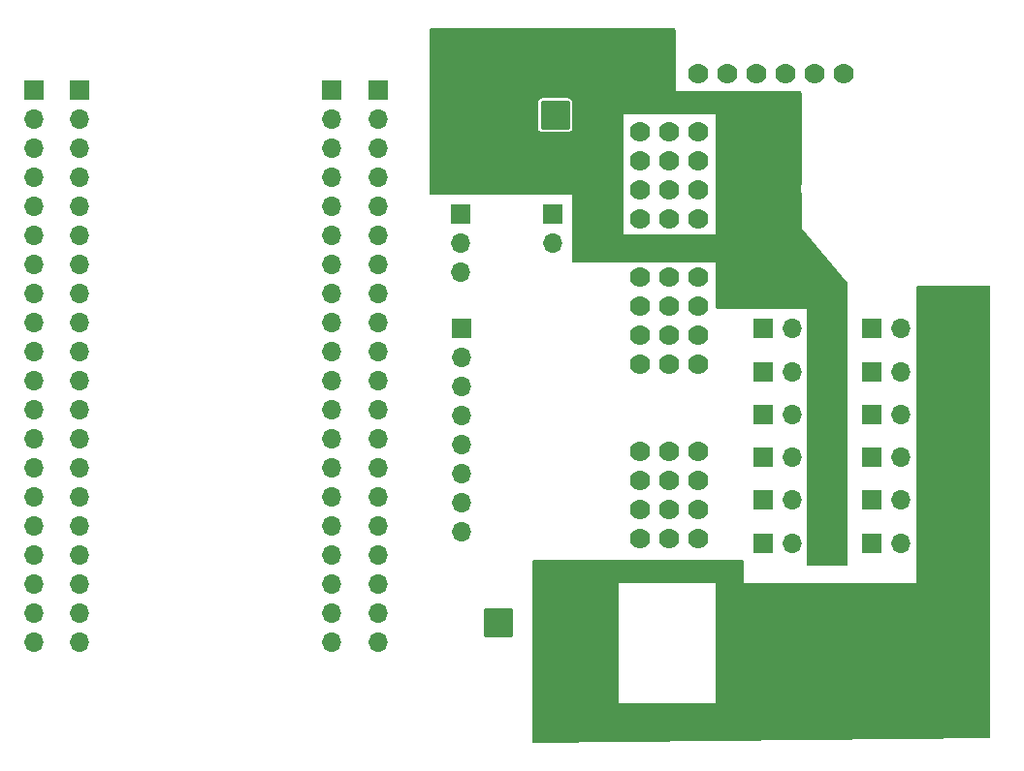
<source format=gbr>
%TF.GenerationSoftware,KiCad,Pcbnew,9.0.0*%
%TF.CreationDate,2025-03-26T16:29:39-04:00*%
%TF.ProjectId,spotmicro22mm,73706f74-6d69-4637-926f-32326d6d2e6b,rev?*%
%TF.SameCoordinates,Original*%
%TF.FileFunction,Copper,L2,Inr*%
%TF.FilePolarity,Positive*%
%FSLAX46Y46*%
G04 Gerber Fmt 4.6, Leading zero omitted, Abs format (unit mm)*
G04 Created by KiCad (PCBNEW 9.0.0) date 2025-03-26 16:29:39*
%MOMM*%
%LPD*%
G01*
G04 APERTURE LIST*
G04 Aperture macros list*
%AMRoundRect*
0 Rectangle with rounded corners*
0 $1 Rounding radius*
0 $2 $3 $4 $5 $6 $7 $8 $9 X,Y pos of 4 corners*
0 Add a 4 corners polygon primitive as box body*
4,1,4,$2,$3,$4,$5,$6,$7,$8,$9,$2,$3,0*
0 Add four circle primitives for the rounded corners*
1,1,$1+$1,$2,$3*
1,1,$1+$1,$4,$5*
1,1,$1+$1,$6,$7*
1,1,$1+$1,$8,$9*
0 Add four rect primitives between the rounded corners*
20,1,$1+$1,$2,$3,$4,$5,0*
20,1,$1+$1,$4,$5,$6,$7,0*
20,1,$1+$1,$6,$7,$8,$9,0*
20,1,$1+$1,$8,$9,$2,$3,0*%
G04 Aperture macros list end*
%TA.AperFunction,ComponentPad*%
%ADD10R,1.700000X1.700000*%
%TD*%
%TA.AperFunction,ComponentPad*%
%ADD11O,1.700000X1.700000*%
%TD*%
%TA.AperFunction,ComponentPad*%
%ADD12RoundRect,0.250000X1.050000X1.050000X-1.050000X1.050000X-1.050000X-1.050000X1.050000X-1.050000X0*%
%TD*%
%TA.AperFunction,ComponentPad*%
%ADD13C,2.600000*%
%TD*%
%TA.AperFunction,ComponentPad*%
%ADD14RoundRect,0.250000X-1.050000X-1.050000X1.050000X-1.050000X1.050000X1.050000X-1.050000X1.050000X0*%
%TD*%
%TA.AperFunction,ComponentPad*%
%ADD15C,1.778000*%
%TD*%
%TA.AperFunction,Conductor*%
%ADD16C,1.700000*%
%TD*%
G04 APERTURE END LIST*
D10*
%TO.N,/PWM-7*%
%TO.C,J9*%
X146170000Y-88000000D03*
D11*
%TO.N,/S2-PWR*%
X148710000Y-88000000D03*
%TO.N,/S2-GND*%
X151250000Y-88000000D03*
%TD*%
D10*
%TO.N,/ESP-32Pin*%
%TO.C,J14*%
X86500000Y-63360000D03*
D11*
X86500000Y-65900000D03*
X86500000Y-68440000D03*
X86500000Y-70980000D03*
X86500000Y-73520000D03*
X86500000Y-76060000D03*
X86500000Y-78600000D03*
X86500000Y-81140000D03*
X86500000Y-83680000D03*
X86500000Y-86220000D03*
X86500000Y-88760000D03*
X86500000Y-91300000D03*
X86500000Y-93840000D03*
X86500000Y-96380000D03*
X86500000Y-98920000D03*
X86500000Y-101460000D03*
X86500000Y-104000000D03*
X86500000Y-106540000D03*
X86500000Y-109080000D03*
X86500000Y-111620000D03*
%TD*%
D10*
%TO.N,/PWM-4*%
%TO.C,J6*%
X155670000Y-99250000D03*
D11*
%TO.N,/S1-PWR*%
X158210000Y-99250000D03*
%TO.N,/S1-GND*%
X160750000Y-99250000D03*
%TD*%
D10*
%TO.N,/Global SCL*%
%TO.C,J18*%
X127750000Y-74250000D03*
D11*
%TO.N,/Global SDA*%
X127750000Y-76790000D03*
%TD*%
D12*
%TO.N,/S2-PWR*%
%TO.C,J21*%
X127993453Y-65577500D03*
D13*
%TO.N,/S2-GND*%
X122993453Y-65577500D03*
%TD*%
D10*
%TO.N,/PWM-2*%
%TO.C,J4*%
X155670000Y-91750000D03*
D11*
%TO.N,/S1-PWR*%
X158210000Y-91750000D03*
%TO.N,/S1-GND*%
X160750000Y-91750000D03*
%TD*%
D10*
%TO.N,/ESP-32Pin*%
%TO.C,J17*%
X112500000Y-63400000D03*
D11*
X112500000Y-65940000D03*
X112500000Y-68480000D03*
X112500000Y-71020000D03*
X112500000Y-73560000D03*
X112500000Y-76100000D03*
X112500000Y-78640000D03*
X112500000Y-81180000D03*
X112500000Y-83720000D03*
X112500000Y-86260000D03*
X112500000Y-88800000D03*
X112500000Y-91340000D03*
X112500000Y-93880000D03*
X112500000Y-96420000D03*
X112500000Y-98960000D03*
X112500000Y-101500000D03*
X112500000Y-104040000D03*
X112500000Y-106580000D03*
X112500000Y-109120000D03*
X112500000Y-111660000D03*
%TD*%
D10*
%TO.N,/PWM-11*%
%TO.C,J13*%
X146170000Y-103000000D03*
D11*
%TO.N,/S2-PWR*%
X148710000Y-103000000D03*
%TO.N,/S2-GND*%
X151250000Y-103000000D03*
%TD*%
D10*
%TO.N,/PWM-1*%
%TO.C,J3*%
X155670000Y-88000000D03*
D11*
%TO.N,/S1-PWR*%
X158210000Y-88000000D03*
%TO.N,/S1-GND*%
X160750000Y-88000000D03*
%TD*%
D10*
%TO.N,/ESP-32Pin*%
%TO.C,J15*%
X108500000Y-63400000D03*
D11*
X108500000Y-65940000D03*
X108500000Y-68480000D03*
X108500000Y-71020000D03*
X108500000Y-73560000D03*
X108500000Y-76100000D03*
X108500000Y-78640000D03*
X108500000Y-81180000D03*
X108500000Y-83720000D03*
X108500000Y-86260000D03*
X108500000Y-88800000D03*
X108500000Y-91340000D03*
X108500000Y-93880000D03*
X108500000Y-96420000D03*
X108500000Y-98960000D03*
X108500000Y-101500000D03*
X108500000Y-104040000D03*
X108500000Y-106580000D03*
X108500000Y-109120000D03*
X108500000Y-111660000D03*
%TD*%
D10*
%TO.N,/PWM-9*%
%TO.C,J11*%
X146170000Y-95500000D03*
D11*
%TO.N,/S2-PWR*%
X148710000Y-95500000D03*
%TO.N,/S2-GND*%
X151250000Y-95500000D03*
%TD*%
D14*
%TO.N,/S1-PWR*%
%TO.C,J1*%
X123000000Y-110000000D03*
D13*
%TO.N,/S1-GND*%
X128000000Y-110000000D03*
%TD*%
D10*
%TO.N,/ESP-32Pin*%
%TO.C,J16*%
X82500000Y-63360000D03*
D11*
X82500000Y-65900000D03*
X82500000Y-68440000D03*
X82500000Y-70980000D03*
X82500000Y-73520000D03*
X82500000Y-76060000D03*
X82500000Y-78600000D03*
X82500000Y-81140000D03*
X82500000Y-83680000D03*
X82500000Y-86220000D03*
X82500000Y-88760000D03*
X82500000Y-91300000D03*
X82500000Y-93840000D03*
X82500000Y-96380000D03*
X82500000Y-98920000D03*
X82500000Y-101460000D03*
X82500000Y-104000000D03*
X82500000Y-106540000D03*
X82500000Y-109080000D03*
X82500000Y-111620000D03*
%TD*%
D10*
%TO.N,/PWM-6*%
%TO.C,J8*%
X146170000Y-84250000D03*
D11*
%TO.N,/S2-PWR*%
X148710000Y-84250000D03*
%TO.N,/S2-GND*%
X151250000Y-84250000D03*
%TD*%
D10*
%TO.N,/PWM-3*%
%TO.C,J5*%
X155670000Y-95500000D03*
D11*
%TO.N,/S1-PWR*%
X158210000Y-95500000D03*
%TO.N,/S1-GND*%
X160750000Y-95500000D03*
%TD*%
D10*
%TO.N,/PWM-8*%
%TO.C,J10*%
X146170000Y-91750000D03*
D11*
%TO.N,/S2-PWR*%
X148710000Y-91750000D03*
%TO.N,/S2-GND*%
X151250000Y-91750000D03*
%TD*%
D10*
%TO.N,/ESP32-3v3*%
%TO.C,J20*%
X119800000Y-84260000D03*
D11*
%TO.N,/ESP32-GND*%
X119800000Y-86800000D03*
%TO.N,/Global SCL*%
X119800000Y-89340000D03*
%TO.N,/Global SDA*%
X119800000Y-91880000D03*
%TO.N,unconnected-(J20-Pin_5-Pad5)*%
X119800000Y-94420000D03*
%TO.N,unconnected-(J20-Pin_6-Pad6)*%
X119800000Y-96960000D03*
%TO.N,unconnected-(J20-Pin_7-Pad7)*%
X119800000Y-99500000D03*
%TO.N,unconnected-(J20-Pin_8-Pad8)*%
X119800000Y-102040000D03*
%TD*%
D10*
%TO.N,/PWM-10*%
%TO.C,J12*%
X146170000Y-99250000D03*
D11*
%TO.N,/S2-PWR*%
X148710000Y-99250000D03*
%TO.N,/S2-GND*%
X151250000Y-99250000D03*
%TD*%
D10*
%TO.N,/ESP32-GND*%
%TO.C,J19*%
X119750000Y-74210000D03*
D11*
%TO.N,/ESP32-3v3*%
X119750000Y-76750000D03*
%TO.N,/ESP32-5v*%
X119750000Y-79290000D03*
%TD*%
D10*
%TO.N,/PWM-5*%
%TO.C,J7*%
X155670000Y-103000000D03*
D11*
%TO.N,/S1-PWR*%
X158210000Y-103000000D03*
%TO.N,/S1-GND*%
X160750000Y-103000000D03*
%TD*%
D15*
%TO.N,/PWM-0*%
%TO.C,U2*%
X140440000Y-67050000D03*
%TO.N,/PWM-1*%
X140440000Y-69590000D03*
%TO.N,/PWM-2*%
X140440000Y-72130000D03*
%TO.N,/PWM-3*%
X140440000Y-74670000D03*
%TO.N,/PWM-4*%
X140440000Y-79750000D03*
%TO.N,/PWM-5*%
X140440000Y-82290000D03*
%TO.N,/PWM-6*%
X140440000Y-84830000D03*
%TO.N,/PWM-7*%
X140440000Y-87370000D03*
%TO.N,/PWM-8*%
X140440000Y-94990000D03*
%TO.N,/PWM-9*%
X140440000Y-97530000D03*
%TO.N,/PWM-10*%
X140440000Y-100070000D03*
%TO.N,/PWM-11*%
X140440000Y-102610000D03*
%TO.N,/ESP32-GND*%
X153140000Y-61970000D03*
%TO.N,N/C*%
X135360000Y-67050000D03*
X135360000Y-69590000D03*
X135360000Y-72130000D03*
X135360000Y-74670000D03*
X135360000Y-79750000D03*
X135360000Y-82290000D03*
X135360000Y-84830000D03*
X135360000Y-87370000D03*
X135360000Y-94990000D03*
X135360000Y-97530000D03*
X135360000Y-100070000D03*
X135360000Y-102610000D03*
X150600000Y-61970000D03*
%TO.N,/Global SCL*%
X148060000Y-61970000D03*
%TO.N,/Global SDA*%
X145520000Y-61970000D03*
%TO.N,unconnected-(U2-V+-PadV+_1)*%
X140440000Y-61970000D03*
%TO.N,N/C*%
X137900000Y-67050000D03*
X137900000Y-69590000D03*
X137900000Y-72130000D03*
X137900000Y-74670000D03*
X137900000Y-79750000D03*
X137900000Y-82290000D03*
X137900000Y-84830000D03*
X137900000Y-87370000D03*
X137900000Y-94990000D03*
X137900000Y-97530000D03*
X137900000Y-100070000D03*
X137900000Y-102610000D03*
%TO.N,/ESP32-5v*%
X142980000Y-61970000D03*
%TD*%
D10*
%TO.N,/PWM-0*%
%TO.C,J2*%
X155670000Y-84250000D03*
D11*
%TO.N,/S1-PWR*%
X158210000Y-84250000D03*
%TO.N,/S1-GND*%
X160750000Y-84250000D03*
%TD*%
D16*
%TO.N,/S1-GND*%
X160750000Y-103000000D02*
X160750000Y-95500000D01*
X128000000Y-110000000D02*
X128000000Y-115000000D01*
X160750000Y-110750000D02*
X160750000Y-103000000D01*
X128000000Y-115000000D02*
X131500000Y-118500000D01*
X160750000Y-103000000D02*
X160750000Y-99250000D01*
X131500000Y-118500000D02*
X153000000Y-118500000D01*
X160750000Y-84250000D02*
X160750000Y-88000000D01*
X160750000Y-91750000D02*
X160750000Y-95500000D01*
X153000000Y-118500000D02*
X160750000Y-110750000D01*
X160750000Y-91750000D02*
X160750000Y-88000000D01*
%TO.N,/S2-GND*%
X151250000Y-91750000D02*
X151250000Y-95500000D01*
X142500000Y-64500000D02*
X146500000Y-68500000D01*
X133000000Y-61000000D02*
X136500000Y-64500000D01*
X147000000Y-78500000D02*
X149500000Y-78500000D01*
X151250000Y-95500000D02*
X151250000Y-99250000D01*
X151250000Y-99250000D02*
X151250000Y-103000000D01*
X125000000Y-61000000D02*
X133000000Y-61000000D01*
X151250000Y-88000000D02*
X151250000Y-91750000D01*
X151250000Y-84250000D02*
X151250000Y-88000000D01*
X122993453Y-63006547D02*
X125000000Y-61000000D01*
X122993453Y-65577500D02*
X122993453Y-63006547D01*
X146500000Y-78000000D02*
X147000000Y-78500000D01*
X146500000Y-68500000D02*
X146500000Y-78000000D01*
X149500000Y-78500000D02*
X151250000Y-80250000D01*
X151250000Y-80250000D02*
X151250000Y-84250000D01*
X136500000Y-64500000D02*
X142500000Y-64500000D01*
%TD*%
%TA.AperFunction,Conductor*%
%TO.N,/S2-GND*%
G36*
X134000000Y-76000000D02*
G01*
X142000000Y-76000000D01*
X142000000Y-78500000D01*
X129624000Y-78500000D01*
X129556961Y-78480315D01*
X129511206Y-78427511D01*
X129500000Y-78376000D01*
X129500000Y-72500000D01*
X134000000Y-72500000D01*
X134000000Y-76000000D01*
G37*
%TD.AperFunction*%
%TD*%
%TA.AperFunction,Conductor*%
%TO.N,/S2-GND*%
G36*
X138443039Y-58019685D02*
G01*
X138488794Y-58072489D01*
X138500000Y-58124000D01*
X138500000Y-63500000D01*
X149376000Y-63500000D01*
X149443039Y-63519685D01*
X149488794Y-63572489D01*
X149500000Y-63624000D01*
X149500000Y-71657949D01*
X149499684Y-71666789D01*
X149495024Y-71731977D01*
X149495024Y-71731992D01*
X149495047Y-72269008D01*
X149499684Y-72333789D01*
X149500000Y-72342641D01*
X149500000Y-75500000D01*
X153470148Y-80131839D01*
X153498831Y-80195549D01*
X153500000Y-80212536D01*
X153500000Y-104876000D01*
X153480315Y-104943039D01*
X153427511Y-104988794D01*
X153376000Y-105000000D01*
X150124000Y-105000000D01*
X150056961Y-104980315D01*
X150011206Y-104927511D01*
X150000000Y-104876000D01*
X150000000Y-82500000D01*
X142124000Y-82500000D01*
X142056961Y-82480315D01*
X142011206Y-82427511D01*
X142000000Y-82376000D01*
X142000000Y-78500000D01*
X142000000Y-65500000D01*
X134000000Y-65500000D01*
X134000000Y-72500000D01*
X117124000Y-72500000D01*
X117056961Y-72480315D01*
X117011206Y-72427511D01*
X117000000Y-72376000D01*
X117000000Y-64473230D01*
X126492953Y-64473230D01*
X126492953Y-66681769D01*
X126495806Y-66712199D01*
X126495806Y-66712201D01*
X126524736Y-66794875D01*
X126540660Y-66840382D01*
X126621303Y-66949650D01*
X126730571Y-67030293D01*
X126773298Y-67045244D01*
X126858752Y-67075146D01*
X126889183Y-67078000D01*
X126889187Y-67078000D01*
X129097723Y-67078000D01*
X129128152Y-67075146D01*
X129128154Y-67075146D01*
X129192243Y-67052719D01*
X129256335Y-67030293D01*
X129365603Y-66949650D01*
X129446246Y-66840382D01*
X129468672Y-66776290D01*
X129491099Y-66712201D01*
X129491099Y-66712199D01*
X129493953Y-66681769D01*
X129493953Y-64473230D01*
X129491099Y-64442800D01*
X129491099Y-64442798D01*
X129446246Y-64314619D01*
X129446245Y-64314617D01*
X129365603Y-64205350D01*
X129256335Y-64124707D01*
X129256333Y-64124706D01*
X129128153Y-64079853D01*
X129097723Y-64077000D01*
X129097719Y-64077000D01*
X126889187Y-64077000D01*
X126889183Y-64077000D01*
X126858753Y-64079853D01*
X126858751Y-64079853D01*
X126730572Y-64124706D01*
X126730570Y-64124707D01*
X126621303Y-64205350D01*
X126540660Y-64314617D01*
X126540659Y-64314619D01*
X126495806Y-64442798D01*
X126495806Y-64442800D01*
X126492953Y-64473230D01*
X117000000Y-64473230D01*
X117000000Y-58124000D01*
X117019685Y-58056961D01*
X117072489Y-58011206D01*
X117124000Y-58000000D01*
X138376000Y-58000000D01*
X138443039Y-58019685D01*
G37*
%TD.AperFunction*%
%TD*%
%TA.AperFunction,Conductor*%
%TO.N,/S1-GND*%
G36*
X144443039Y-104519685D02*
G01*
X144488794Y-104572489D01*
X144500000Y-104624000D01*
X144500000Y-106500000D01*
X133500000Y-106500000D01*
X133500000Y-104500000D01*
X144376000Y-104500000D01*
X144443039Y-104519685D01*
G37*
%TD.AperFunction*%
%TD*%
%TA.AperFunction,Conductor*%
%TO.N,/S1-GND*%
G36*
X165943039Y-80519685D02*
G01*
X165988794Y-80572489D01*
X166000000Y-80624000D01*
X166000000Y-119877433D01*
X165980315Y-119944472D01*
X165927511Y-119990227D01*
X165877442Y-120001425D01*
X126125442Y-120463658D01*
X126058178Y-120444754D01*
X126011812Y-120392485D01*
X126000000Y-120339666D01*
X126000000Y-104624000D01*
X126019685Y-104556961D01*
X126072489Y-104511206D01*
X126124000Y-104500000D01*
X133500000Y-104500000D01*
X133500000Y-117000000D01*
X142000000Y-117000000D01*
X142000000Y-106500000D01*
X159500000Y-106500000D01*
X159500000Y-80624000D01*
X159519685Y-80556961D01*
X159572489Y-80511206D01*
X159624000Y-80500000D01*
X165876000Y-80500000D01*
X165943039Y-80519685D01*
G37*
%TD.AperFunction*%
%TD*%
M02*

</source>
